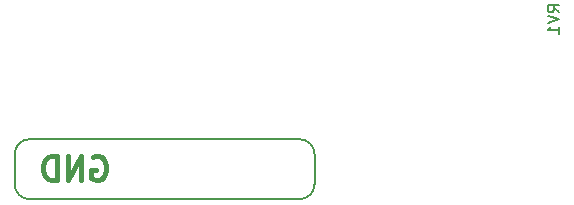
<source format=gbr>
%TF.GenerationSoftware,KiCad,Pcbnew,6.0.5*%
%TF.CreationDate,2022-09-23T14:14:17+02:00*%
%TF.ProjectId,Alternator_Motor_Driver,416c7465-726e-4617-946f-725f4d6f746f,1.0*%
%TF.SameCoordinates,Original*%
%TF.FileFunction,Legend,Bot*%
%TF.FilePolarity,Positive*%
%FSLAX46Y46*%
G04 Gerber Fmt 4.6, Leading zero omitted, Abs format (unit mm)*
G04 Created by KiCad (PCBNEW 6.0.5) date 2022-09-23 14:14:17*
%MOMM*%
%LPD*%
G01*
G04 APERTURE LIST*
%ADD10C,0.150000*%
%ADD11C,0.400000*%
G04 APERTURE END LIST*
D10*
X127000000Y-110490000D02*
X126999999Y-107950000D01*
X152400000Y-107949999D02*
X152400001Y-110490000D01*
X151129999Y-111760001D02*
G75*
G03*
X152400001Y-110490000I1J1270001D01*
G01*
X151130000Y-106680000D02*
X128270000Y-106679999D01*
X127000000Y-110490000D02*
G75*
G03*
X128270000Y-111760000I1270000J0D01*
G01*
X152400000Y-107949999D02*
G75*
G03*
X151130000Y-106680000I-1270000J-1D01*
G01*
X128270000Y-111760000D02*
X151129999Y-111760001D01*
X128270000Y-106679999D02*
G75*
G03*
X126999999Y-107950000I0J-1270001D01*
G01*
D11*
X133603620Y-108207637D02*
X133794096Y-108112398D01*
X134079811Y-108112398D01*
X134365525Y-108207637D01*
X134556001Y-108398113D01*
X134651239Y-108588589D01*
X134746477Y-108969541D01*
X134746477Y-109255256D01*
X134651239Y-109636208D01*
X134556001Y-109826684D01*
X134365525Y-110017160D01*
X134079811Y-110112398D01*
X133889334Y-110112398D01*
X133603620Y-110017160D01*
X133508382Y-109921922D01*
X133508382Y-109255256D01*
X133889334Y-109255256D01*
X132651239Y-110112398D02*
X132651239Y-108112398D01*
X131508382Y-110112398D01*
X131508382Y-108112398D01*
X130556001Y-110112398D02*
X130556001Y-108112398D01*
X130079811Y-108112398D01*
X129794096Y-108207637D01*
X129603620Y-108398113D01*
X129508382Y-108588589D01*
X129413144Y-108969541D01*
X129413144Y-109255256D01*
X129508382Y-109636208D01*
X129603620Y-109826684D01*
X129794096Y-110017160D01*
X130079811Y-110112398D01*
X130556001Y-110112398D01*
D10*
%TO.C,RV1*%
X173132380Y-95924761D02*
X172656190Y-95591428D01*
X173132380Y-95353333D02*
X172132380Y-95353333D01*
X172132380Y-95734285D01*
X172180000Y-95829523D01*
X172227619Y-95877142D01*
X172322857Y-95924761D01*
X172465714Y-95924761D01*
X172560952Y-95877142D01*
X172608571Y-95829523D01*
X172656190Y-95734285D01*
X172656190Y-95353333D01*
X172132380Y-96210476D02*
X173132380Y-96543809D01*
X172132380Y-96877142D01*
X173132380Y-97734285D02*
X173132380Y-97162857D01*
X173132380Y-97448571D02*
X172132380Y-97448571D01*
X172275238Y-97353333D01*
X172370476Y-97258095D01*
X172418095Y-97162857D01*
%TD*%
M02*

</source>
